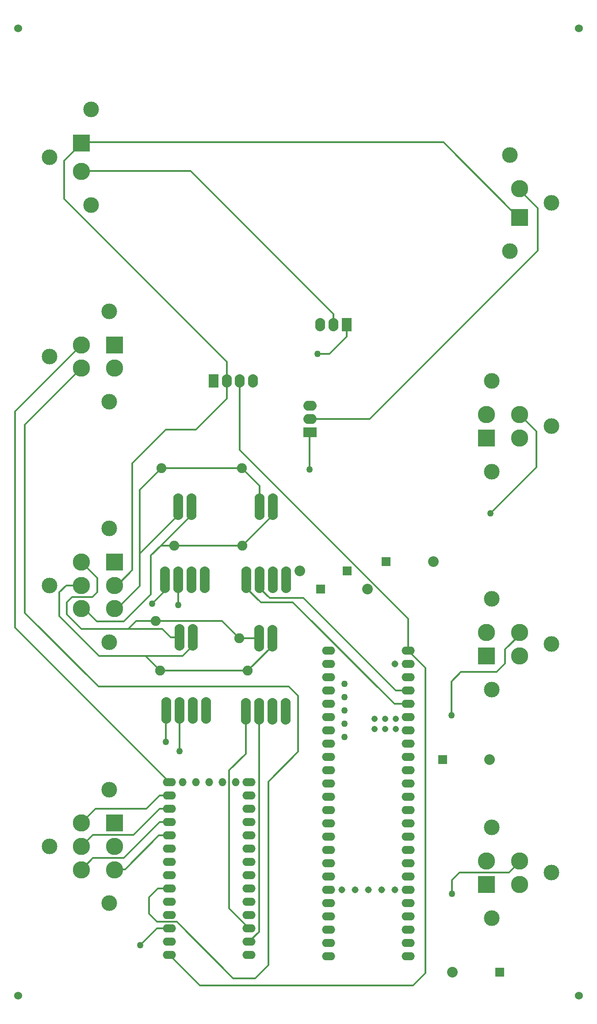
<source format=gbr>
%TF.GenerationSoftware,Altium Limited,Altium Designer,25.2.1 (25)*%
G04 Layer_Physical_Order=4*
G04 Layer_Color=16711680*
%FSLAX45Y45*%
%MOMM*%
%TF.SameCoordinates,9B973337-7CBC-4795-9BC3-C09BD17617B4*%
%TF.FilePolarity,Positive*%
%TF.FileFunction,Copper,L4,Bot,Signal*%
%TF.Part,Single*%
G01*
G75*
%TA.AperFunction,Conductor*%
%ADD10C,0.30480*%
%TA.AperFunction,ViaPad*%
%ADD13C,1.52400*%
%TA.AperFunction,ComponentPad*%
%ADD18C,2.99000*%
%ADD21O,1.53000X1.52999*%
%ADD23C,1.30800*%
%ADD24C,1.25800*%
%ADD25C,1.20800*%
%TA.AperFunction,ViaPad*%
%ADD27C,1.27000*%
%TA.AperFunction,ComponentPad*%
%ADD30R,1.77800X1.77800*%
%ADD31C,2.03200*%
%TA.AperFunction,ViaPad*%
%ADD32C,1.90500*%
%TA.AperFunction,ComponentPad*%
%ADD33R,1.90500X2.54000*%
%ADD34O,1.90500X2.54000*%
%ADD35R,1.90500X2.54000*%
%ADD36O,1.90500X2.54000*%
%ADD37C,3.30200*%
%ADD38R,3.30200X3.30200*%
%ADD39O,2.54000X1.52999*%
%ADD40O,2.54000X1.52400*%
%ADD41O,1.90500X5.08000*%
%ADD42R,2.54000X1.90500*%
%ADD43O,2.54000X1.90500*%
D10*
X12496800Y9284200D02*
X12814301Y9601700D01*
X7213600Y4330700D02*
X7594600Y3949700D01*
X7213600Y4330700D02*
Y6972300D01*
X7531100Y7289800D01*
Y8102600D01*
X4603000Y5740400D02*
X5384800D01*
X4381900Y5519300D02*
X4603000Y5740400D01*
X5025465Y5082865D02*
X5222565D01*
X5867400Y5727700D02*
X6070600D01*
X5222565Y5082865D02*
X5867400Y5727700D01*
X5194300Y5295900D02*
X5880100Y5981700D01*
X4603500Y5295900D02*
X5194300D01*
X5880100Y5981700D02*
X6070600D01*
X5016900Y5074300D02*
X5025465Y5082865D01*
X4655220Y6237620D02*
X5628020D01*
X5880100Y6489700D02*
X6070600D01*
X5628020Y6237620D02*
X5880100Y6489700D01*
Y6235700D02*
X6070600D01*
X5867400Y6223000D02*
X5880100Y6235700D01*
X5867400Y6222850D02*
Y6223000D01*
X5384875Y5740325D02*
X5867400Y6222850D01*
X5384800Y5740400D02*
X5384875Y5740325D01*
X3302000Y13582001D02*
X4381900Y14661900D01*
X5499100Y11118850D02*
Y12331281D01*
X5918200Y12750381D01*
X7454900D01*
X7797800Y12407481D01*
Y12014200D02*
Y12407481D01*
X5902325Y11268075D02*
X5905500Y11264900D01*
X6159500D01*
X5902325Y11268075D02*
X6489700Y11855450D01*
X6159500Y11264900D02*
X7461250D01*
X7073900Y9829800D02*
X7404100Y9499600D01*
X5803900Y9829800D02*
X7073900D01*
X5435600D02*
X5803900D01*
X6261100Y7340600D02*
Y8115300D01*
X6002775Y8110975D02*
X6007100Y8115300D01*
X6002775Y7522725D02*
Y8110975D01*
X5998449Y7518400D02*
X6002775Y7522725D01*
X5981700Y10401300D02*
Y10617200D01*
X5740400Y10160000D02*
X5981700Y10401300D01*
X6235700Y10134600D02*
Y10617200D01*
X3302000Y9982200D02*
Y13582001D01*
X3111500Y9702800D02*
Y13836501D01*
X4381900Y15106900D01*
X3111500Y9702800D02*
X6070600Y6743700D01*
X3302000Y9982200D02*
X4711700Y8572500D01*
X6654800Y2857500D02*
X10731500D01*
X10972800Y3098800D02*
Y8928100D01*
X10731500Y2857500D02*
X10972800Y3098800D01*
X6070600Y3441700D02*
X6654800Y2857500D01*
X10642600Y9258300D02*
X10972800Y8928100D01*
X6070600Y6235700D02*
X6096000D01*
X5829300Y4076700D02*
X6210300D01*
X5676750Y4229250D02*
Y4543774D01*
Y4229250D02*
X5829300Y4076700D01*
X6210300D02*
X7289800Y2997200D01*
X5676750Y4543774D02*
X5844676Y4711700D01*
X6070600D01*
X7289800Y2997200D02*
X7708900D01*
X5511800Y3632200D02*
X5829300Y3949700D01*
X7708900Y2997200D02*
X7962900Y3251200D01*
X5359400Y12847636D02*
X5999164Y13487399D01*
X6578600D01*
X7166800Y14075600D01*
Y14414500D01*
X4051300Y17894299D02*
Y18625101D01*
X7416800Y13093700D02*
X10642600Y9867900D01*
Y9258300D02*
Y9867900D01*
X7416800Y13093700D02*
Y14414500D01*
X11468100Y8026400D02*
Y8670200D01*
X11649800Y8851900D01*
X11480800Y4876800D02*
X11620500Y5016500D01*
X11480800Y4610100D02*
Y4876800D01*
X5829300Y3949700D02*
X6070600D01*
X7962900Y3251200D02*
Y6756400D01*
X8534400Y7327900D01*
Y8394700D01*
X8356600Y8572500D02*
X8534400Y8394700D01*
X4711700Y8572500D02*
X8356600D01*
X4096900Y10510400D02*
X4381900D01*
X3962400Y10375900D02*
X4096900Y10510400D01*
X3962400Y9918700D02*
Y10375900D01*
X4102100Y9956800D02*
X4381500Y9677400D01*
X4102100Y10185400D02*
X4203700Y10287000D01*
X4102100Y9956800D02*
Y10185400D01*
X4203700Y10287000D02*
X4597400D01*
X4686300Y10375900D01*
Y10651000D01*
X4381900Y10955400D02*
X4686300Y10651000D01*
X12217400Y11887200D02*
X13093700Y12763500D01*
Y13455499D01*
X4407400Y18435201D02*
X6469500D01*
X9207500Y15494000D02*
Y15697200D01*
X6469500Y18435201D02*
X9207500Y15697200D01*
X9131300Y14935201D02*
X9461500Y15265401D01*
X8902700Y14935201D02*
X9131300D01*
X9461500Y15265401D02*
Y15494000D01*
X7166800Y14778799D02*
Y14778801D01*
X7166800Y14414500D02*
Y14778799D01*
X4051300Y17894299D02*
X7166800Y14778801D01*
Y14778799D02*
X7166800Y14778799D01*
X4381900Y5074300D02*
X4603500Y5295900D01*
X12566000Y5016500D02*
X12788500Y5239000D01*
X11620500Y5016500D02*
X12566000D01*
X5715000Y10337800D02*
Y11080750D01*
X4681000Y9817100D02*
X5194300D01*
X5715000Y10337800D01*
X4381500Y9677400D02*
X5283200D01*
X3962400Y9918700D02*
X4724400Y9156700D01*
X4051300Y18625101D02*
X4407400Y18981200D01*
X12750400Y18091100D02*
X13119099Y17722400D01*
Y16903700D02*
Y17722400D01*
X9906000Y13690601D02*
X13119099Y16903700D01*
X5499100Y11118850D02*
X6235700Y11855450D01*
X11314300Y18981200D02*
X12750400Y17545100D01*
X4407400Y18981200D02*
X11314300D01*
X5359400Y10802100D02*
Y12847636D01*
X12775800Y13773399D02*
X13093700Y13455499D01*
X11649800Y8851900D02*
X12331700D01*
X12496800Y9017000D01*
Y9284200D01*
X8750300Y13429601D02*
X8757300Y13436600D01*
X8750300Y12725400D02*
Y13429601D01*
X10401300Y8496300D02*
X10642600D01*
X7989570Y10266680D02*
X8630920D01*
X10401300Y8496300D01*
X7816850Y10185400D02*
X8432800D01*
X10375900Y8242300D01*
X10642600D01*
X5892800Y8877300D02*
X7569200D01*
X5613400Y9156700D02*
X5892800Y8877300D01*
X7569200D02*
X8039100Y9347200D01*
X4724400Y9156700D02*
X5613400D01*
X7543800Y10458450D02*
X7816850Y10185400D01*
X7797800Y10458450D02*
X7989570Y10266680D01*
X5613400Y9156700D02*
X6318250D01*
X6515100Y9353550D02*
Y9512300D01*
X6318250Y9156700D02*
X6515100Y9353550D01*
X5283200Y9677400D02*
X5435600Y9829800D01*
X5283200Y9677400D02*
X5930900D01*
X5715000Y11080750D02*
X5902325Y11268075D01*
X7461250Y11264900D02*
X8051800Y11855450D01*
X5067700Y10510400D02*
X5359400Y10802100D01*
X5499100Y10496800D02*
Y11118850D01*
X8757300Y13690601D02*
X9906000D01*
X4381900Y5964300D02*
X4655220Y6237620D01*
X5067700Y10065400D02*
X5499100Y10496800D01*
X4432700Y10065400D02*
X4681000Y9817100D01*
X5930900Y9677400D02*
X6096000Y9512300D01*
X6489700Y11855450D02*
Y12014200D01*
X7797800Y10458450D02*
Y10617200D01*
X7543800Y10458450D02*
Y10617200D01*
X8051800Y11855450D02*
Y12014200D01*
X7785100Y3886200D02*
Y8102600D01*
X7594600Y3695700D02*
X7785100Y3886200D01*
X7404100Y9499600D02*
X7785100D01*
X6096000Y9512300D02*
X6261100D01*
X8039100Y9347200D02*
Y9499600D01*
D13*
X3175000Y2667000D02*
D03*
X13906500D02*
D03*
Y21158200D02*
D03*
X3175000D02*
D03*
D18*
X13385800Y5016500D02*
D03*
X12242800Y4151500D02*
D03*
Y5881500D02*
D03*
X13385800Y9385300D02*
D03*
X12242800Y8520300D02*
D03*
Y10250300D02*
D03*
X13385800Y13550900D02*
D03*
X12242800Y12685900D02*
D03*
Y14415900D02*
D03*
X3771900Y10510400D02*
D03*
X4914900Y11597400D02*
D03*
Y9423400D02*
D03*
X3771900Y18694400D02*
D03*
X4571900Y19609900D02*
D03*
Y17778900D02*
D03*
X13385800Y17818100D02*
D03*
X12585800Y16902600D02*
D03*
Y18733600D02*
D03*
X3771900Y14884399D02*
D03*
X4914900Y15749400D02*
D03*
Y14019400D02*
D03*
Y4432300D02*
D03*
Y6606300D02*
D03*
X3771900Y5519300D02*
D03*
D21*
X7340600Y6743700D02*
D03*
X7086600D02*
D03*
X6832600D02*
D03*
X6578600D02*
D03*
X6324600D02*
D03*
D23*
X10134600Y4686300D02*
D03*
X10388600Y9004300D02*
D03*
Y4686300D02*
D03*
X9880600D02*
D03*
X9626600D02*
D03*
X9372600D02*
D03*
D24*
X9423600Y7607300D02*
D03*
Y7861300D02*
D03*
Y8115300D02*
D03*
Y8369300D02*
D03*
Y8623300D02*
D03*
D25*
X9997600Y7961300D02*
D03*
X10197600D02*
D03*
X9997600Y7761300D02*
D03*
X10197600D02*
D03*
X10397600Y7961300D02*
D03*
Y7761300D02*
D03*
D27*
X6261100Y7340600D02*
D03*
X5998449Y7518400D02*
D03*
X6235700Y10134600D02*
D03*
X5740400Y10160000D02*
D03*
X5511800Y3632200D02*
D03*
X11468100Y8026400D02*
D03*
X11480800Y4610100D02*
D03*
X12217400Y11887200D02*
D03*
X8750300Y12725400D02*
D03*
X8902700Y14935201D02*
D03*
D30*
X10218000Y10960100D02*
D03*
X9467000Y10782300D02*
D03*
X11297500Y7175500D02*
D03*
X12388000Y3111500D02*
D03*
X8960700Y10439400D02*
D03*
D31*
X11118000Y10960100D02*
D03*
X8567000Y10782300D02*
D03*
X12197500Y7175500D02*
D03*
X11488000Y3111500D02*
D03*
X9860700Y10439400D02*
D03*
D32*
X5803900Y9829800D02*
D03*
X7404100Y9499600D02*
D03*
X7569200Y8877300D02*
D03*
X5892800D02*
D03*
X7461250Y11264900D02*
D03*
X6159500D02*
D03*
X7454900Y12750800D02*
D03*
X5918200D02*
D03*
D33*
X6916800Y14414500D02*
D03*
D34*
X7166800D02*
D03*
X7416800D02*
D03*
X7666800D02*
D03*
D35*
X9461500Y15494000D02*
D03*
D36*
X9207500D02*
D03*
X8953500D02*
D03*
D37*
X12775800Y4794000D02*
D03*
Y5239000D02*
D03*
X12140800D02*
D03*
X12775800Y9162800D02*
D03*
Y9607800D02*
D03*
X12140800D02*
D03*
X12775800Y13328400D02*
D03*
Y13773399D02*
D03*
X12140800D02*
D03*
X4381900Y10955400D02*
D03*
Y10065400D02*
D03*
X5016900Y10510400D02*
D03*
Y10065400D02*
D03*
X4381900Y10510400D02*
D03*
Y18421400D02*
D03*
X12775800Y18091100D02*
D03*
X4381900Y15106900D02*
D03*
Y14661900D02*
D03*
X5016900D02*
D03*
X4381900Y5519300D02*
D03*
X5016900Y5074300D02*
D03*
Y5519300D02*
D03*
X4381900Y5074300D02*
D03*
Y5964300D02*
D03*
D38*
X12140800Y4794000D02*
D03*
Y9162800D02*
D03*
Y13328400D02*
D03*
X5016900Y10955400D02*
D03*
X4381900Y18967400D02*
D03*
X12775800Y17545100D02*
D03*
X5016900Y15106900D02*
D03*
Y5964300D02*
D03*
D39*
X7594600Y6743700D02*
D03*
Y6489700D02*
D03*
Y6235700D02*
D03*
Y5981700D02*
D03*
Y5727700D02*
D03*
Y5473700D02*
D03*
Y5219700D02*
D03*
Y4965700D02*
D03*
Y4711700D02*
D03*
Y4457700D02*
D03*
Y4203700D02*
D03*
Y3949700D02*
D03*
Y3695700D02*
D03*
Y3441700D02*
D03*
X6070600Y6743700D02*
D03*
Y6489700D02*
D03*
Y6235700D02*
D03*
Y5981700D02*
D03*
Y5727700D02*
D03*
Y4711700D02*
D03*
Y3949700D02*
D03*
Y3695700D02*
D03*
Y3441700D02*
D03*
D40*
Y5473700D02*
D03*
Y5219700D02*
D03*
Y4965700D02*
D03*
Y4457700D02*
D03*
Y4203700D02*
D03*
X10642600Y5448300D02*
D03*
Y5194300D02*
D03*
Y4940300D02*
D03*
Y4686300D02*
D03*
Y4432300D02*
D03*
Y4178300D02*
D03*
Y3924300D02*
D03*
Y3670300D02*
D03*
Y3416300D02*
D03*
X9118600D02*
D03*
Y3670300D02*
D03*
Y3924300D02*
D03*
Y4178300D02*
D03*
Y4432300D02*
D03*
Y4686300D02*
D03*
Y4940300D02*
D03*
Y5194300D02*
D03*
Y5448300D02*
D03*
X10642600Y9258300D02*
D03*
Y9004300D02*
D03*
Y8750300D02*
D03*
Y8496300D02*
D03*
Y8242300D02*
D03*
Y7988300D02*
D03*
Y7734300D02*
D03*
Y7480300D02*
D03*
Y7226300D02*
D03*
Y6972300D02*
D03*
Y6718300D02*
D03*
Y6464300D02*
D03*
Y6210300D02*
D03*
Y5956300D02*
D03*
X9118600Y5702300D02*
D03*
Y5956300D02*
D03*
Y6210300D02*
D03*
Y6464300D02*
D03*
Y6718300D02*
D03*
Y6972300D02*
D03*
Y7226300D02*
D03*
Y7480300D02*
D03*
Y7734300D02*
D03*
Y7988300D02*
D03*
Y8242300D02*
D03*
Y8496300D02*
D03*
Y8750300D02*
D03*
X10642600Y5702300D02*
D03*
X9118600Y9004300D02*
D03*
Y9258300D02*
D03*
D41*
X8305800Y10617200D02*
D03*
X8051800D02*
D03*
X7797800D02*
D03*
X7543800D02*
D03*
X7797800Y12014200D02*
D03*
X8051800D02*
D03*
X6743700Y10617200D02*
D03*
X6489700D02*
D03*
X6235700D02*
D03*
X5981700D02*
D03*
X6235700Y12014200D02*
D03*
X6489700D02*
D03*
X6769100Y8115300D02*
D03*
X6515100D02*
D03*
X6261100D02*
D03*
X6007100D02*
D03*
X6261100Y9512300D02*
D03*
X6515100D02*
D03*
X8293100Y8102600D02*
D03*
X8039100D02*
D03*
X7785100D02*
D03*
X7531100D02*
D03*
X7785100Y9499600D02*
D03*
X8039100D02*
D03*
D42*
X8757300Y13436600D02*
D03*
D43*
Y13690601D02*
D03*
Y13944600D02*
D03*
%TF.MD5,6901fbd488b418a3d03edba76d27ad76*%
M02*

</source>
